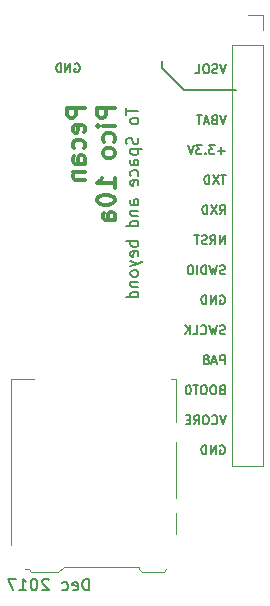
<source format=gbo>
G04 #@! TF.FileFunction,Legend,Bot*
%FSLAX46Y46*%
G04 Gerber Fmt 4.6, Leading zero omitted, Abs format (unit mm)*
G04 Created by KiCad (PCBNEW 4.0.6+dfsg1-1) date Thu Dec 21 22:59:20 2017*
%MOMM*%
%LPD*%
G01*
G04 APERTURE LIST*
%ADD10C,0.100000*%
%ADD11C,0.150000*%
%ADD12C,0.200000*%
%ADD13C,0.300000*%
%ADD14C,0.120000*%
G04 APERTURE END LIST*
D10*
D11*
X65972571Y-111563000D02*
X66044000Y-111527286D01*
X66151143Y-111527286D01*
X66258286Y-111563000D01*
X66329714Y-111634429D01*
X66365429Y-111705857D01*
X66401143Y-111848714D01*
X66401143Y-111955857D01*
X66365429Y-112098714D01*
X66329714Y-112170143D01*
X66258286Y-112241571D01*
X66151143Y-112277286D01*
X66079714Y-112277286D01*
X65972571Y-112241571D01*
X65936857Y-112205857D01*
X65936857Y-111955857D01*
X66079714Y-111955857D01*
X65615429Y-112277286D02*
X65615429Y-111527286D01*
X65186857Y-112277286D01*
X65186857Y-111527286D01*
X64829715Y-112277286D02*
X64829715Y-111527286D01*
X64651143Y-111527286D01*
X64544000Y-111563000D01*
X64472572Y-111634429D01*
X64436857Y-111705857D01*
X64401143Y-111848714D01*
X64401143Y-111955857D01*
X64436857Y-112098714D01*
X64472572Y-112170143D01*
X64544000Y-112241571D01*
X64651143Y-112277286D01*
X64829715Y-112277286D01*
D12*
X62900000Y-81400000D02*
X67300000Y-81400000D01*
X61100000Y-79600000D02*
X61100000Y-79000000D01*
X61100000Y-79600000D02*
X62900000Y-81400000D01*
D11*
X66472571Y-108987286D02*
X66222571Y-109737286D01*
X65972571Y-108987286D01*
X65294000Y-109665857D02*
X65329714Y-109701571D01*
X65436857Y-109737286D01*
X65508286Y-109737286D01*
X65615429Y-109701571D01*
X65686857Y-109630143D01*
X65722572Y-109558714D01*
X65758286Y-109415857D01*
X65758286Y-109308714D01*
X65722572Y-109165857D01*
X65686857Y-109094429D01*
X65615429Y-109023000D01*
X65508286Y-108987286D01*
X65436857Y-108987286D01*
X65329714Y-109023000D01*
X65294000Y-109058714D01*
X64829714Y-108987286D02*
X64686857Y-108987286D01*
X64615429Y-109023000D01*
X64544000Y-109094429D01*
X64508286Y-109237286D01*
X64508286Y-109487286D01*
X64544000Y-109630143D01*
X64615429Y-109701571D01*
X64686857Y-109737286D01*
X64829714Y-109737286D01*
X64901143Y-109701571D01*
X64972572Y-109630143D01*
X65008286Y-109487286D01*
X65008286Y-109237286D01*
X64972572Y-109094429D01*
X64901143Y-109023000D01*
X64829714Y-108987286D01*
X63758286Y-109737286D02*
X64008286Y-109380143D01*
X64186858Y-109737286D02*
X64186858Y-108987286D01*
X63901143Y-108987286D01*
X63829715Y-109023000D01*
X63794000Y-109058714D01*
X63758286Y-109130143D01*
X63758286Y-109237286D01*
X63794000Y-109308714D01*
X63829715Y-109344429D01*
X63901143Y-109380143D01*
X64186858Y-109380143D01*
X63436858Y-109344429D02*
X63186858Y-109344429D01*
X63079715Y-109737286D02*
X63436858Y-109737286D01*
X63436858Y-108987286D01*
X63079715Y-108987286D01*
X66115429Y-106804429D02*
X66008286Y-106840143D01*
X65972571Y-106875857D01*
X65936857Y-106947286D01*
X65936857Y-107054429D01*
X65972571Y-107125857D01*
X66008286Y-107161571D01*
X66079714Y-107197286D01*
X66365429Y-107197286D01*
X66365429Y-106447286D01*
X66115429Y-106447286D01*
X66044000Y-106483000D01*
X66008286Y-106518714D01*
X65972571Y-106590143D01*
X65972571Y-106661571D01*
X66008286Y-106733000D01*
X66044000Y-106768714D01*
X66115429Y-106804429D01*
X66365429Y-106804429D01*
X65472571Y-106447286D02*
X65329714Y-106447286D01*
X65258286Y-106483000D01*
X65186857Y-106554429D01*
X65151143Y-106697286D01*
X65151143Y-106947286D01*
X65186857Y-107090143D01*
X65258286Y-107161571D01*
X65329714Y-107197286D01*
X65472571Y-107197286D01*
X65544000Y-107161571D01*
X65615429Y-107090143D01*
X65651143Y-106947286D01*
X65651143Y-106697286D01*
X65615429Y-106554429D01*
X65544000Y-106483000D01*
X65472571Y-106447286D01*
X64686857Y-106447286D02*
X64544000Y-106447286D01*
X64472572Y-106483000D01*
X64401143Y-106554429D01*
X64365429Y-106697286D01*
X64365429Y-106947286D01*
X64401143Y-107090143D01*
X64472572Y-107161571D01*
X64544000Y-107197286D01*
X64686857Y-107197286D01*
X64758286Y-107161571D01*
X64829715Y-107090143D01*
X64865429Y-106947286D01*
X64865429Y-106697286D01*
X64829715Y-106554429D01*
X64758286Y-106483000D01*
X64686857Y-106447286D01*
X64151143Y-106447286D02*
X63722572Y-106447286D01*
X63936858Y-107197286D02*
X63936858Y-106447286D01*
X63329714Y-106447286D02*
X63258286Y-106447286D01*
X63186857Y-106483000D01*
X63151143Y-106518714D01*
X63115429Y-106590143D01*
X63079714Y-106733000D01*
X63079714Y-106911571D01*
X63115429Y-107054429D01*
X63151143Y-107125857D01*
X63186857Y-107161571D01*
X63258286Y-107197286D01*
X63329714Y-107197286D01*
X63401143Y-107161571D01*
X63436857Y-107125857D01*
X63472572Y-107054429D01*
X63508286Y-106911571D01*
X63508286Y-106733000D01*
X63472572Y-106590143D01*
X63436857Y-106518714D01*
X63401143Y-106483000D01*
X63329714Y-106447286D01*
X66365429Y-104657286D02*
X66365429Y-103907286D01*
X66079714Y-103907286D01*
X66008286Y-103943000D01*
X65972571Y-103978714D01*
X65936857Y-104050143D01*
X65936857Y-104157286D01*
X65972571Y-104228714D01*
X66008286Y-104264429D01*
X66079714Y-104300143D01*
X66365429Y-104300143D01*
X65651143Y-104443000D02*
X65294000Y-104443000D01*
X65722571Y-104657286D02*
X65472571Y-103907286D01*
X65222571Y-104657286D01*
X64865429Y-104228714D02*
X64936857Y-104193000D01*
X64972572Y-104157286D01*
X65008286Y-104085857D01*
X65008286Y-104050143D01*
X64972572Y-103978714D01*
X64936857Y-103943000D01*
X64865429Y-103907286D01*
X64722572Y-103907286D01*
X64651143Y-103943000D01*
X64615429Y-103978714D01*
X64579714Y-104050143D01*
X64579714Y-104085857D01*
X64615429Y-104157286D01*
X64651143Y-104193000D01*
X64722572Y-104228714D01*
X64865429Y-104228714D01*
X64936857Y-104264429D01*
X64972572Y-104300143D01*
X65008286Y-104371571D01*
X65008286Y-104514429D01*
X64972572Y-104585857D01*
X64936857Y-104621571D01*
X64865429Y-104657286D01*
X64722572Y-104657286D01*
X64651143Y-104621571D01*
X64615429Y-104585857D01*
X64579714Y-104514429D01*
X64579714Y-104371571D01*
X64615429Y-104300143D01*
X64651143Y-104264429D01*
X64722572Y-104228714D01*
X66401143Y-102081571D02*
X66294000Y-102117286D01*
X66115429Y-102117286D01*
X66044000Y-102081571D01*
X66008286Y-102045857D01*
X65972571Y-101974429D01*
X65972571Y-101903000D01*
X66008286Y-101831571D01*
X66044000Y-101795857D01*
X66115429Y-101760143D01*
X66258286Y-101724429D01*
X66329714Y-101688714D01*
X66365429Y-101653000D01*
X66401143Y-101581571D01*
X66401143Y-101510143D01*
X66365429Y-101438714D01*
X66329714Y-101403000D01*
X66258286Y-101367286D01*
X66079714Y-101367286D01*
X65972571Y-101403000D01*
X65722571Y-101367286D02*
X65544000Y-102117286D01*
X65401143Y-101581571D01*
X65258285Y-102117286D01*
X65079714Y-101367286D01*
X64365428Y-102045857D02*
X64401142Y-102081571D01*
X64508285Y-102117286D01*
X64579714Y-102117286D01*
X64686857Y-102081571D01*
X64758285Y-102010143D01*
X64794000Y-101938714D01*
X64829714Y-101795857D01*
X64829714Y-101688714D01*
X64794000Y-101545857D01*
X64758285Y-101474429D01*
X64686857Y-101403000D01*
X64579714Y-101367286D01*
X64508285Y-101367286D01*
X64401142Y-101403000D01*
X64365428Y-101438714D01*
X63686857Y-102117286D02*
X64044000Y-102117286D01*
X64044000Y-101367286D01*
X63436857Y-102117286D02*
X63436857Y-101367286D01*
X63008285Y-102117286D02*
X63329714Y-101688714D01*
X63008285Y-101367286D02*
X63436857Y-101795857D01*
X65972571Y-98863000D02*
X66044000Y-98827286D01*
X66151143Y-98827286D01*
X66258286Y-98863000D01*
X66329714Y-98934429D01*
X66365429Y-99005857D01*
X66401143Y-99148714D01*
X66401143Y-99255857D01*
X66365429Y-99398714D01*
X66329714Y-99470143D01*
X66258286Y-99541571D01*
X66151143Y-99577286D01*
X66079714Y-99577286D01*
X65972571Y-99541571D01*
X65936857Y-99505857D01*
X65936857Y-99255857D01*
X66079714Y-99255857D01*
X65615429Y-99577286D02*
X65615429Y-98827286D01*
X65186857Y-99577286D01*
X65186857Y-98827286D01*
X64829715Y-99577286D02*
X64829715Y-98827286D01*
X64651143Y-98827286D01*
X64544000Y-98863000D01*
X64472572Y-98934429D01*
X64436857Y-99005857D01*
X64401143Y-99148714D01*
X64401143Y-99255857D01*
X64436857Y-99398714D01*
X64472572Y-99470143D01*
X64544000Y-99541571D01*
X64651143Y-99577286D01*
X64829715Y-99577286D01*
X66401143Y-97001571D02*
X66294000Y-97037286D01*
X66115429Y-97037286D01*
X66044000Y-97001571D01*
X66008286Y-96965857D01*
X65972571Y-96894429D01*
X65972571Y-96823000D01*
X66008286Y-96751571D01*
X66044000Y-96715857D01*
X66115429Y-96680143D01*
X66258286Y-96644429D01*
X66329714Y-96608714D01*
X66365429Y-96573000D01*
X66401143Y-96501571D01*
X66401143Y-96430143D01*
X66365429Y-96358714D01*
X66329714Y-96323000D01*
X66258286Y-96287286D01*
X66079714Y-96287286D01*
X65972571Y-96323000D01*
X65722571Y-96287286D02*
X65544000Y-97037286D01*
X65401143Y-96501571D01*
X65258285Y-97037286D01*
X65079714Y-96287286D01*
X64794000Y-97037286D02*
X64794000Y-96287286D01*
X64615428Y-96287286D01*
X64508285Y-96323000D01*
X64436857Y-96394429D01*
X64401142Y-96465857D01*
X64365428Y-96608714D01*
X64365428Y-96715857D01*
X64401142Y-96858714D01*
X64436857Y-96930143D01*
X64508285Y-97001571D01*
X64615428Y-97037286D01*
X64794000Y-97037286D01*
X64044000Y-97037286D02*
X64044000Y-96287286D01*
X63543999Y-96287286D02*
X63401142Y-96287286D01*
X63329714Y-96323000D01*
X63258285Y-96394429D01*
X63222571Y-96537286D01*
X63222571Y-96787286D01*
X63258285Y-96930143D01*
X63329714Y-97001571D01*
X63401142Y-97037286D01*
X63543999Y-97037286D01*
X63615428Y-97001571D01*
X63686857Y-96930143D01*
X63722571Y-96787286D01*
X63722571Y-96537286D01*
X63686857Y-96394429D01*
X63615428Y-96323000D01*
X63543999Y-96287286D01*
X66365429Y-94497286D02*
X66365429Y-93747286D01*
X65936857Y-94497286D01*
X65936857Y-93747286D01*
X65151143Y-94497286D02*
X65401143Y-94140143D01*
X65579715Y-94497286D02*
X65579715Y-93747286D01*
X65294000Y-93747286D01*
X65222572Y-93783000D01*
X65186857Y-93818714D01*
X65151143Y-93890143D01*
X65151143Y-93997286D01*
X65186857Y-94068714D01*
X65222572Y-94104429D01*
X65294000Y-94140143D01*
X65579715Y-94140143D01*
X64865429Y-94461571D02*
X64758286Y-94497286D01*
X64579715Y-94497286D01*
X64508286Y-94461571D01*
X64472572Y-94425857D01*
X64436857Y-94354429D01*
X64436857Y-94283000D01*
X64472572Y-94211571D01*
X64508286Y-94175857D01*
X64579715Y-94140143D01*
X64722572Y-94104429D01*
X64794000Y-94068714D01*
X64829715Y-94033000D01*
X64865429Y-93961571D01*
X64865429Y-93890143D01*
X64829715Y-93818714D01*
X64794000Y-93783000D01*
X64722572Y-93747286D01*
X64544000Y-93747286D01*
X64436857Y-93783000D01*
X64222571Y-93747286D02*
X63794000Y-93747286D01*
X64008286Y-94497286D02*
X64008286Y-93747286D01*
X65936857Y-91957286D02*
X66186857Y-91600143D01*
X66365429Y-91957286D02*
X66365429Y-91207286D01*
X66079714Y-91207286D01*
X66008286Y-91243000D01*
X65972571Y-91278714D01*
X65936857Y-91350143D01*
X65936857Y-91457286D01*
X65972571Y-91528714D01*
X66008286Y-91564429D01*
X66079714Y-91600143D01*
X66365429Y-91600143D01*
X65686857Y-91207286D02*
X65186857Y-91957286D01*
X65186857Y-91207286D02*
X65686857Y-91957286D01*
X64901143Y-91957286D02*
X64901143Y-91207286D01*
X64722571Y-91207286D01*
X64615428Y-91243000D01*
X64544000Y-91314429D01*
X64508285Y-91385857D01*
X64472571Y-91528714D01*
X64472571Y-91635857D01*
X64508285Y-91778714D01*
X64544000Y-91850143D01*
X64615428Y-91921571D01*
X64722571Y-91957286D01*
X64901143Y-91957286D01*
X66472571Y-88667286D02*
X66044000Y-88667286D01*
X66258286Y-89417286D02*
X66258286Y-88667286D01*
X65865428Y-88667286D02*
X65365428Y-89417286D01*
X65365428Y-88667286D02*
X65865428Y-89417286D01*
X65079714Y-89417286D02*
X65079714Y-88667286D01*
X64901142Y-88667286D01*
X64793999Y-88703000D01*
X64722571Y-88774429D01*
X64686856Y-88845857D01*
X64651142Y-88988714D01*
X64651142Y-89095857D01*
X64686856Y-89238714D01*
X64722571Y-89310143D01*
X64793999Y-89381571D01*
X64901142Y-89417286D01*
X65079714Y-89417286D01*
X66365429Y-86591571D02*
X65794000Y-86591571D01*
X66079714Y-86877286D02*
X66079714Y-86305857D01*
X65508286Y-86127286D02*
X65044000Y-86127286D01*
X65294000Y-86413000D01*
X65186858Y-86413000D01*
X65115429Y-86448714D01*
X65079715Y-86484429D01*
X65044000Y-86555857D01*
X65044000Y-86734429D01*
X65079715Y-86805857D01*
X65115429Y-86841571D01*
X65186858Y-86877286D01*
X65401143Y-86877286D01*
X65472572Y-86841571D01*
X65508286Y-86805857D01*
X64722572Y-86805857D02*
X64686857Y-86841571D01*
X64722572Y-86877286D01*
X64758286Y-86841571D01*
X64722572Y-86805857D01*
X64722572Y-86877286D01*
X64436857Y-86127286D02*
X63972571Y-86127286D01*
X64222571Y-86413000D01*
X64115429Y-86413000D01*
X64044000Y-86448714D01*
X64008286Y-86484429D01*
X63972571Y-86555857D01*
X63972571Y-86734429D01*
X64008286Y-86805857D01*
X64044000Y-86841571D01*
X64115429Y-86877286D01*
X64329714Y-86877286D01*
X64401143Y-86841571D01*
X64436857Y-86805857D01*
X63758285Y-86127286D02*
X63508285Y-86877286D01*
X63258285Y-86127286D01*
X66472571Y-79269286D02*
X66222571Y-80019286D01*
X65972571Y-79269286D01*
X65758286Y-79983571D02*
X65651143Y-80019286D01*
X65472572Y-80019286D01*
X65401143Y-79983571D01*
X65365429Y-79947857D01*
X65329714Y-79876429D01*
X65329714Y-79805000D01*
X65365429Y-79733571D01*
X65401143Y-79697857D01*
X65472572Y-79662143D01*
X65615429Y-79626429D01*
X65686857Y-79590714D01*
X65722572Y-79555000D01*
X65758286Y-79483571D01*
X65758286Y-79412143D01*
X65722572Y-79340714D01*
X65686857Y-79305000D01*
X65615429Y-79269286D01*
X65436857Y-79269286D01*
X65329714Y-79305000D01*
X64865428Y-79269286D02*
X64722571Y-79269286D01*
X64651143Y-79305000D01*
X64579714Y-79376429D01*
X64544000Y-79519286D01*
X64544000Y-79769286D01*
X64579714Y-79912143D01*
X64651143Y-79983571D01*
X64722571Y-80019286D01*
X64865428Y-80019286D01*
X64936857Y-79983571D01*
X65008286Y-79912143D01*
X65044000Y-79769286D01*
X65044000Y-79519286D01*
X65008286Y-79376429D01*
X64936857Y-79305000D01*
X64865428Y-79269286D01*
X63865429Y-80019286D02*
X64222572Y-80019286D01*
X64222572Y-79269286D01*
X66472571Y-83587286D02*
X66222571Y-84337286D01*
X65972571Y-83587286D01*
X65472572Y-83944429D02*
X65365429Y-83980143D01*
X65329714Y-84015857D01*
X65294000Y-84087286D01*
X65294000Y-84194429D01*
X65329714Y-84265857D01*
X65365429Y-84301571D01*
X65436857Y-84337286D01*
X65722572Y-84337286D01*
X65722572Y-83587286D01*
X65472572Y-83587286D01*
X65401143Y-83623000D01*
X65365429Y-83658714D01*
X65329714Y-83730143D01*
X65329714Y-83801571D01*
X65365429Y-83873000D01*
X65401143Y-83908714D01*
X65472572Y-83944429D01*
X65722572Y-83944429D01*
X65008286Y-84123000D02*
X64651143Y-84123000D01*
X65079714Y-84337286D02*
X64829714Y-83587286D01*
X64579714Y-84337286D01*
X64436857Y-83587286D02*
X64008286Y-83587286D01*
X64222572Y-84337286D02*
X64222572Y-83587286D01*
X53671428Y-79225000D02*
X53742857Y-79189286D01*
X53850000Y-79189286D01*
X53957143Y-79225000D01*
X54028571Y-79296429D01*
X54064286Y-79367857D01*
X54100000Y-79510714D01*
X54100000Y-79617857D01*
X54064286Y-79760714D01*
X54028571Y-79832143D01*
X53957143Y-79903571D01*
X53850000Y-79939286D01*
X53778571Y-79939286D01*
X53671428Y-79903571D01*
X53635714Y-79867857D01*
X53635714Y-79617857D01*
X53778571Y-79617857D01*
X53314286Y-79939286D02*
X53314286Y-79189286D01*
X52885714Y-79939286D01*
X52885714Y-79189286D01*
X52528572Y-79939286D02*
X52528572Y-79189286D01*
X52350000Y-79189286D01*
X52242857Y-79225000D01*
X52171429Y-79296429D01*
X52135714Y-79367857D01*
X52100000Y-79510714D01*
X52100000Y-79617857D01*
X52135714Y-79760714D01*
X52171429Y-79832143D01*
X52242857Y-79903571D01*
X52350000Y-79939286D01*
X52528572Y-79939286D01*
D13*
X54503571Y-82957143D02*
X53003571Y-82957143D01*
X53003571Y-83528571D01*
X53075000Y-83671429D01*
X53146429Y-83742857D01*
X53289286Y-83814286D01*
X53503571Y-83814286D01*
X53646429Y-83742857D01*
X53717857Y-83671429D01*
X53789286Y-83528571D01*
X53789286Y-82957143D01*
X54432143Y-85028571D02*
X54503571Y-84885714D01*
X54503571Y-84600000D01*
X54432143Y-84457143D01*
X54289286Y-84385714D01*
X53717857Y-84385714D01*
X53575000Y-84457143D01*
X53503571Y-84600000D01*
X53503571Y-84885714D01*
X53575000Y-85028571D01*
X53717857Y-85100000D01*
X53860714Y-85100000D01*
X54003571Y-84385714D01*
X54432143Y-86385714D02*
X54503571Y-86242857D01*
X54503571Y-85957143D01*
X54432143Y-85814285D01*
X54360714Y-85742857D01*
X54217857Y-85671428D01*
X53789286Y-85671428D01*
X53646429Y-85742857D01*
X53575000Y-85814285D01*
X53503571Y-85957143D01*
X53503571Y-86242857D01*
X53575000Y-86385714D01*
X54503571Y-87671428D02*
X53717857Y-87671428D01*
X53575000Y-87599999D01*
X53503571Y-87457142D01*
X53503571Y-87171428D01*
X53575000Y-87028571D01*
X54432143Y-87671428D02*
X54503571Y-87528571D01*
X54503571Y-87171428D01*
X54432143Y-87028571D01*
X54289286Y-86957142D01*
X54146429Y-86957142D01*
X54003571Y-87028571D01*
X53932143Y-87171428D01*
X53932143Y-87528571D01*
X53860714Y-87671428D01*
X53503571Y-88385714D02*
X54503571Y-88385714D01*
X53646429Y-88385714D02*
X53575000Y-88457142D01*
X53503571Y-88600000D01*
X53503571Y-88814285D01*
X53575000Y-88957142D01*
X53717857Y-89028571D01*
X54503571Y-89028571D01*
X57053571Y-82957143D02*
X55553571Y-82957143D01*
X55553571Y-83528571D01*
X55625000Y-83671429D01*
X55696429Y-83742857D01*
X55839286Y-83814286D01*
X56053571Y-83814286D01*
X56196429Y-83742857D01*
X56267857Y-83671429D01*
X56339286Y-83528571D01*
X56339286Y-82957143D01*
X57053571Y-84457143D02*
X56053571Y-84457143D01*
X55553571Y-84457143D02*
X55625000Y-84385714D01*
X55696429Y-84457143D01*
X55625000Y-84528571D01*
X55553571Y-84457143D01*
X55696429Y-84457143D01*
X56982143Y-85814286D02*
X57053571Y-85671429D01*
X57053571Y-85385715D01*
X56982143Y-85242857D01*
X56910714Y-85171429D01*
X56767857Y-85100000D01*
X56339286Y-85100000D01*
X56196429Y-85171429D01*
X56125000Y-85242857D01*
X56053571Y-85385715D01*
X56053571Y-85671429D01*
X56125000Y-85814286D01*
X57053571Y-86671429D02*
X56982143Y-86528571D01*
X56910714Y-86457143D01*
X56767857Y-86385714D01*
X56339286Y-86385714D01*
X56196429Y-86457143D01*
X56125000Y-86528571D01*
X56053571Y-86671429D01*
X56053571Y-86885714D01*
X56125000Y-87028571D01*
X56196429Y-87100000D01*
X56339286Y-87171429D01*
X56767857Y-87171429D01*
X56910714Y-87100000D01*
X56982143Y-87028571D01*
X57053571Y-86885714D01*
X57053571Y-86671429D01*
X57053571Y-89742857D02*
X57053571Y-88885714D01*
X57053571Y-89314286D02*
X55553571Y-89314286D01*
X55767857Y-89171429D01*
X55910714Y-89028571D01*
X55982143Y-88885714D01*
X55553571Y-90671428D02*
X55553571Y-90814285D01*
X55625000Y-90957142D01*
X55696429Y-91028571D01*
X55839286Y-91100000D01*
X56125000Y-91171428D01*
X56482143Y-91171428D01*
X56767857Y-91100000D01*
X56910714Y-91028571D01*
X56982143Y-90957142D01*
X57053571Y-90814285D01*
X57053571Y-90671428D01*
X56982143Y-90528571D01*
X56910714Y-90457142D01*
X56767857Y-90385714D01*
X56482143Y-90314285D01*
X56125000Y-90314285D01*
X55839286Y-90385714D01*
X55696429Y-90457142D01*
X55625000Y-90528571D01*
X55553571Y-90671428D01*
X57053571Y-92457142D02*
X56267857Y-92457142D01*
X56125000Y-92385713D01*
X56053571Y-92242856D01*
X56053571Y-91957142D01*
X56125000Y-91814285D01*
X56982143Y-92457142D02*
X57053571Y-92314285D01*
X57053571Y-91957142D01*
X56982143Y-91814285D01*
X56839286Y-91742856D01*
X56696429Y-91742856D01*
X56553571Y-91814285D01*
X56482143Y-91957142D01*
X56482143Y-92314285D01*
X56410714Y-92457142D01*
D12*
X54897620Y-123802381D02*
X54897620Y-122802381D01*
X54659525Y-122802381D01*
X54516667Y-122850000D01*
X54421429Y-122945238D01*
X54373810Y-123040476D01*
X54326191Y-123230952D01*
X54326191Y-123373810D01*
X54373810Y-123564286D01*
X54421429Y-123659524D01*
X54516667Y-123754762D01*
X54659525Y-123802381D01*
X54897620Y-123802381D01*
X53516667Y-123754762D02*
X53611905Y-123802381D01*
X53802382Y-123802381D01*
X53897620Y-123754762D01*
X53945239Y-123659524D01*
X53945239Y-123278571D01*
X53897620Y-123183333D01*
X53802382Y-123135714D01*
X53611905Y-123135714D01*
X53516667Y-123183333D01*
X53469048Y-123278571D01*
X53469048Y-123373810D01*
X53945239Y-123469048D01*
X52611905Y-123754762D02*
X52707143Y-123802381D01*
X52897620Y-123802381D01*
X52992858Y-123754762D01*
X53040477Y-123707143D01*
X53088096Y-123611905D01*
X53088096Y-123326190D01*
X53040477Y-123230952D01*
X52992858Y-123183333D01*
X52897620Y-123135714D01*
X52707143Y-123135714D01*
X52611905Y-123183333D01*
X51469048Y-122897619D02*
X51421429Y-122850000D01*
X51326191Y-122802381D01*
X51088095Y-122802381D01*
X50992857Y-122850000D01*
X50945238Y-122897619D01*
X50897619Y-122992857D01*
X50897619Y-123088095D01*
X50945238Y-123230952D01*
X51516667Y-123802381D01*
X50897619Y-123802381D01*
X50278572Y-122802381D02*
X50183333Y-122802381D01*
X50088095Y-122850000D01*
X50040476Y-122897619D01*
X49992857Y-122992857D01*
X49945238Y-123183333D01*
X49945238Y-123421429D01*
X49992857Y-123611905D01*
X50040476Y-123707143D01*
X50088095Y-123754762D01*
X50183333Y-123802381D01*
X50278572Y-123802381D01*
X50373810Y-123754762D01*
X50421429Y-123707143D01*
X50469048Y-123611905D01*
X50516667Y-123421429D01*
X50516667Y-123183333D01*
X50469048Y-122992857D01*
X50421429Y-122897619D01*
X50373810Y-122850000D01*
X50278572Y-122802381D01*
X48992857Y-123802381D02*
X49564286Y-123802381D01*
X49278572Y-123802381D02*
X49278572Y-122802381D01*
X49373810Y-122945238D01*
X49469048Y-123040476D01*
X49564286Y-123088095D01*
X48659524Y-122802381D02*
X47992857Y-122802381D01*
X48421429Y-123802381D01*
X58052381Y-82945238D02*
X58052381Y-83516667D01*
X59052381Y-83230952D02*
X58052381Y-83230952D01*
X59052381Y-83992857D02*
X59004762Y-83897619D01*
X58957143Y-83850000D01*
X58861905Y-83802381D01*
X58576190Y-83802381D01*
X58480952Y-83850000D01*
X58433333Y-83897619D01*
X58385714Y-83992857D01*
X58385714Y-84135715D01*
X58433333Y-84230953D01*
X58480952Y-84278572D01*
X58576190Y-84326191D01*
X58861905Y-84326191D01*
X58957143Y-84278572D01*
X59004762Y-84230953D01*
X59052381Y-84135715D01*
X59052381Y-83992857D01*
X59004762Y-85469048D02*
X59052381Y-85611905D01*
X59052381Y-85850001D01*
X59004762Y-85945239D01*
X58957143Y-85992858D01*
X58861905Y-86040477D01*
X58766667Y-86040477D01*
X58671429Y-85992858D01*
X58623810Y-85945239D01*
X58576190Y-85850001D01*
X58528571Y-85659524D01*
X58480952Y-85564286D01*
X58433333Y-85516667D01*
X58338095Y-85469048D01*
X58242857Y-85469048D01*
X58147619Y-85516667D01*
X58100000Y-85564286D01*
X58052381Y-85659524D01*
X58052381Y-85897620D01*
X58100000Y-86040477D01*
X58385714Y-86469048D02*
X59385714Y-86469048D01*
X58433333Y-86469048D02*
X58385714Y-86564286D01*
X58385714Y-86754763D01*
X58433333Y-86850001D01*
X58480952Y-86897620D01*
X58576190Y-86945239D01*
X58861905Y-86945239D01*
X58957143Y-86897620D01*
X59004762Y-86850001D01*
X59052381Y-86754763D01*
X59052381Y-86564286D01*
X59004762Y-86469048D01*
X59052381Y-87802382D02*
X58528571Y-87802382D01*
X58433333Y-87754763D01*
X58385714Y-87659525D01*
X58385714Y-87469048D01*
X58433333Y-87373810D01*
X59004762Y-87802382D02*
X59052381Y-87707144D01*
X59052381Y-87469048D01*
X59004762Y-87373810D01*
X58909524Y-87326191D01*
X58814286Y-87326191D01*
X58719048Y-87373810D01*
X58671429Y-87469048D01*
X58671429Y-87707144D01*
X58623810Y-87802382D01*
X59004762Y-88707144D02*
X59052381Y-88611906D01*
X59052381Y-88421429D01*
X59004762Y-88326191D01*
X58957143Y-88278572D01*
X58861905Y-88230953D01*
X58576190Y-88230953D01*
X58480952Y-88278572D01*
X58433333Y-88326191D01*
X58385714Y-88421429D01*
X58385714Y-88611906D01*
X58433333Y-88707144D01*
X59004762Y-89516668D02*
X59052381Y-89421430D01*
X59052381Y-89230953D01*
X59004762Y-89135715D01*
X58909524Y-89088096D01*
X58528571Y-89088096D01*
X58433333Y-89135715D01*
X58385714Y-89230953D01*
X58385714Y-89421430D01*
X58433333Y-89516668D01*
X58528571Y-89564287D01*
X58623810Y-89564287D01*
X58719048Y-89088096D01*
X59052381Y-91183335D02*
X58528571Y-91183335D01*
X58433333Y-91135716D01*
X58385714Y-91040478D01*
X58385714Y-90850001D01*
X58433333Y-90754763D01*
X59004762Y-91183335D02*
X59052381Y-91088097D01*
X59052381Y-90850001D01*
X59004762Y-90754763D01*
X58909524Y-90707144D01*
X58814286Y-90707144D01*
X58719048Y-90754763D01*
X58671429Y-90850001D01*
X58671429Y-91088097D01*
X58623810Y-91183335D01*
X58385714Y-91659525D02*
X59052381Y-91659525D01*
X58480952Y-91659525D02*
X58433333Y-91707144D01*
X58385714Y-91802382D01*
X58385714Y-91945240D01*
X58433333Y-92040478D01*
X58528571Y-92088097D01*
X59052381Y-92088097D01*
X59052381Y-92992859D02*
X58052381Y-92992859D01*
X59004762Y-92992859D02*
X59052381Y-92897621D01*
X59052381Y-92707144D01*
X59004762Y-92611906D01*
X58957143Y-92564287D01*
X58861905Y-92516668D01*
X58576190Y-92516668D01*
X58480952Y-92564287D01*
X58433333Y-92611906D01*
X58385714Y-92707144D01*
X58385714Y-92897621D01*
X58433333Y-92992859D01*
X59052381Y-94230954D02*
X58052381Y-94230954D01*
X58433333Y-94230954D02*
X58385714Y-94326192D01*
X58385714Y-94516669D01*
X58433333Y-94611907D01*
X58480952Y-94659526D01*
X58576190Y-94707145D01*
X58861905Y-94707145D01*
X58957143Y-94659526D01*
X59004762Y-94611907D01*
X59052381Y-94516669D01*
X59052381Y-94326192D01*
X59004762Y-94230954D01*
X59004762Y-95516669D02*
X59052381Y-95421431D01*
X59052381Y-95230954D01*
X59004762Y-95135716D01*
X58909524Y-95088097D01*
X58528571Y-95088097D01*
X58433333Y-95135716D01*
X58385714Y-95230954D01*
X58385714Y-95421431D01*
X58433333Y-95516669D01*
X58528571Y-95564288D01*
X58623810Y-95564288D01*
X58719048Y-95088097D01*
X58385714Y-95897621D02*
X59052381Y-96135716D01*
X58385714Y-96373812D02*
X59052381Y-96135716D01*
X59290476Y-96040478D01*
X59338095Y-95992859D01*
X59385714Y-95897621D01*
X59052381Y-96897621D02*
X59004762Y-96802383D01*
X58957143Y-96754764D01*
X58861905Y-96707145D01*
X58576190Y-96707145D01*
X58480952Y-96754764D01*
X58433333Y-96802383D01*
X58385714Y-96897621D01*
X58385714Y-97040479D01*
X58433333Y-97135717D01*
X58480952Y-97183336D01*
X58576190Y-97230955D01*
X58861905Y-97230955D01*
X58957143Y-97183336D01*
X59004762Y-97135717D01*
X59052381Y-97040479D01*
X59052381Y-96897621D01*
X58385714Y-97659526D02*
X59052381Y-97659526D01*
X58480952Y-97659526D02*
X58433333Y-97707145D01*
X58385714Y-97802383D01*
X58385714Y-97945241D01*
X58433333Y-98040479D01*
X58528571Y-98088098D01*
X59052381Y-98088098D01*
X59052381Y-98992860D02*
X58052381Y-98992860D01*
X59004762Y-98992860D02*
X59052381Y-98897622D01*
X59052381Y-98707145D01*
X59004762Y-98611907D01*
X58957143Y-98564288D01*
X58861905Y-98516669D01*
X58576190Y-98516669D01*
X58480952Y-98564288D01*
X58433333Y-98611907D01*
X58385714Y-98707145D01*
X58385714Y-98897622D01*
X58433333Y-98992860D01*
D14*
X69652000Y-113268000D02*
X66992000Y-113268000D01*
X69652000Y-77648000D02*
X69652000Y-113268000D01*
X66992000Y-77648000D02*
X66992000Y-113268000D01*
X69652000Y-77648000D02*
X66992000Y-77648000D01*
X69652000Y-76378000D02*
X69652000Y-75048000D01*
X69652000Y-75048000D02*
X68322000Y-75048000D01*
X52270000Y-122210000D02*
X52780000Y-121860000D01*
X49760000Y-122010000D02*
X49500000Y-122010000D01*
X49960000Y-122210000D02*
X49760000Y-122010000D01*
X59360000Y-122210000D02*
X59150000Y-122010000D01*
X59150000Y-121860000D02*
X59150000Y-122010000D01*
X59150000Y-121860000D02*
X52780000Y-121860000D01*
X62250000Y-117250000D02*
X62250000Y-119050000D01*
X62250000Y-111250000D02*
X62250000Y-115950000D01*
X61220000Y-122210000D02*
X61420000Y-122010000D01*
X61220000Y-122210000D02*
X59360000Y-122210000D01*
X49960000Y-122210000D02*
X52270000Y-122210000D01*
X62250000Y-105940000D02*
X62250000Y-109550000D01*
X61800000Y-105940000D02*
X62250000Y-105940000D01*
X48280000Y-105940000D02*
X48280000Y-119950000D01*
X50200000Y-105940000D02*
X48280000Y-105940000D01*
M02*

</source>
